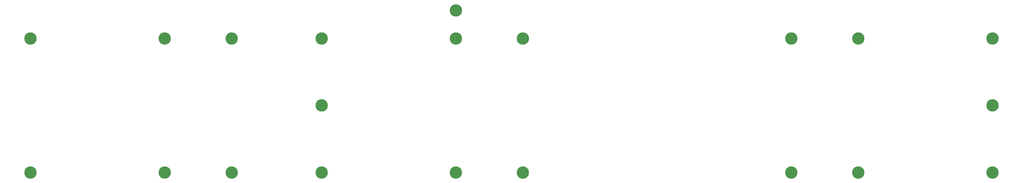
<source format=gbr>
G04 #@! TF.GenerationSoftware,KiCad,Pcbnew,(5.1.2-1)-1*
G04 #@! TF.CreationDate,2020-06-05T15:41:12-05:00*
G04 #@! TF.ProjectId,therick48.16SP_bottom_plate,74686572-6963-46b3-9438-2e313653505f,rev?*
G04 #@! TF.SameCoordinates,Original*
G04 #@! TF.FileFunction,Copper,L1,Top*
G04 #@! TF.FilePolarity,Positive*
%FSLAX46Y46*%
G04 Gerber Fmt 4.6, Leading zero omitted, Abs format (unit mm)*
G04 Created by KiCad (PCBNEW (5.1.2-1)-1) date 2020-06-05 15:41:12*
%MOMM*%
%LPD*%
G04 APERTURE LIST*
%ADD10C,3.500000*%
G04 APERTURE END LIST*
D10*
X120459683Y-59659843D03*
X120459683Y-97659743D03*
X139459633Y-59659843D03*
X139459633Y-97659743D03*
X82459991Y-97660000D03*
X82459991Y-59660000D03*
X202907300Y-51680000D03*
X354920000Y-97660000D03*
X354920000Y-59660000D03*
X297920000Y-97660000D03*
X297920000Y-59660000D03*
X221920000Y-97660000D03*
X221920000Y-59660000D03*
X164920000Y-59660000D03*
X164920000Y-97660000D03*
X354920000Y-78660000D03*
X316920000Y-97660000D03*
X316920000Y-59660000D03*
X202920000Y-97660000D03*
X202920000Y-59675000D03*
X164920000Y-78660000D03*
M02*

</source>
